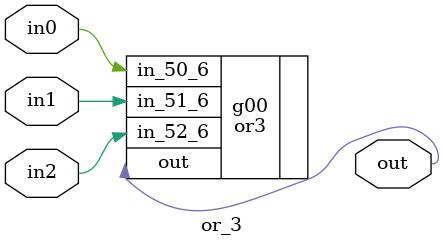
<source format=v>
module or_3 (
    in0, in1, in2, out
);

    input in0, in1, in2;
    output out;

    or3 g00 (.in_50_6(in0), .in_51_6(in1), .in_52_6(in2), .out(out));

endmodule

</source>
